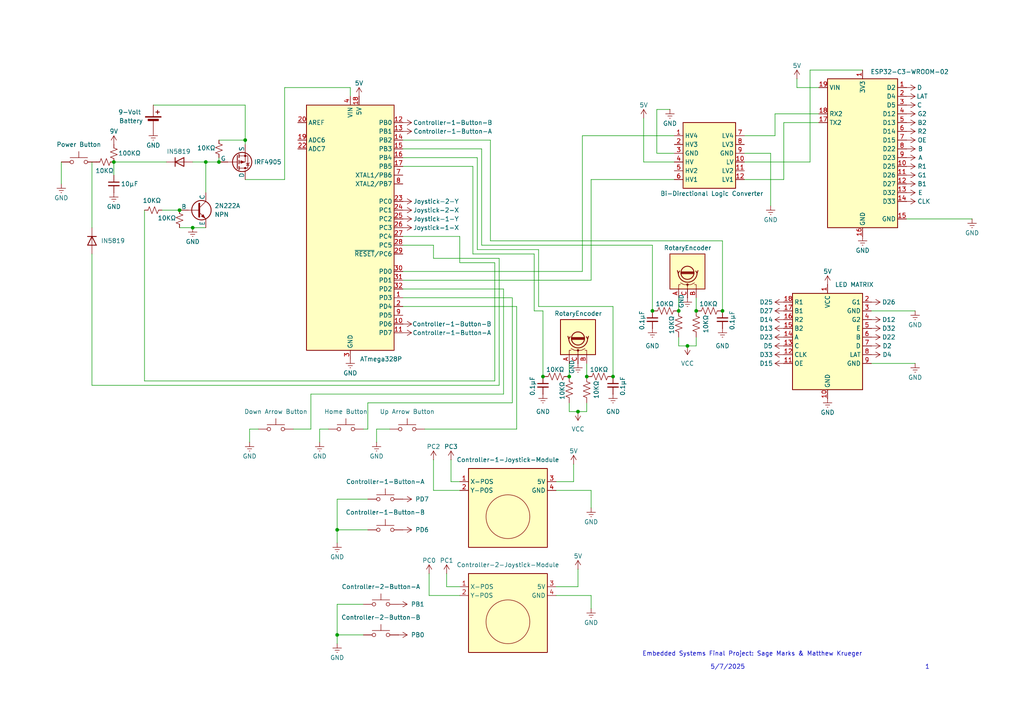
<source format=kicad_sch>
(kicad_sch (version 20250114) (generator "eeschema") (generator_version "9.0")
  (paper "A4")
  (lib_symbols
    (symbol "Arduino_Nano_ESP32_1"
      (property "Value" "Joystick Module" (at -3.302 24.892 0))
      (symbol "Arduino_Nano_ESP32_1_1_1"
        (pin bidirectional line (at -17.78 19.05 0) (length 2.54) (name "X-POS") (number "1"))
        (pin bidirectional line (at -17.78 16.51 0) (length 2.54) (name "Y-POS") (number "2"))
        (pin passive line (at 0 -25.4 90) (length 2.54) (hide yes) (name "GND") (number "29"))
        (pin power_out line (at 10.16 19.05 180) (length 2.54) (name "5V") (number "3"))
        (pin power_out line (at 10.16 16.51 180) (length 2.54) (name "GND") (number "4"))
      )
    )
    (symbol "D_1" (pin_numbers (hide yes)) (pin_names (offset 1.016) (hide yes))
      (property "Value" "IN5819" (at 4.826 1.27 0))
      (symbol "D_1_1_1"
        (pin passive line (at -1.27 5.08 270) (length 2.54) (name "K") (number "1"))
        (pin passive line (at -1.27 -2.54 90) (length 2.54) (name "A") (number "2"))
      )
    )
    (symbol "Device:Battery_Cell" (pin_numbers (hide yes)) (pin_names (offset 0) (hide yes))
      (property "Reference" "BT" (at 2.54 2.54 0))
      (property "Value" "Battery_Cell" (at 2.54 0 0))
      (symbol "Battery_Cell_1_1"
        (pin passive line (at 0 5.08 270) (length 2.54) (name "+") (number "1"))
        (pin passive line (at 0 -2.54 90) (length 2.54) (name "-") (number "2"))
      )
    )
    (symbol "Device:C_Small" (pin_numbers (hide yes)) (pin_names (offset 0.254) (hide yes))
      (property "Reference" "C" (at 0.254 1.778 0))
      (property "Value" "C_Small" (at 0.254 -2.032 0))
      (symbol "C_Small_1_1"
        (pin passive line (at 0 2.54 270) (length 2.032) (name "~") (number "1"))
        (pin passive line (at 0 -2.54 90) (length 2.032) (name "~") (number "2"))
      )
    )
    (symbol "Device:D" (pin_numbers (hide yes)) (pin_names (offset 1.016) (hide yes))
      (property "Reference" "D" (at 0 2.54 0))
      (property "Value" "D" (at 0 -2.54 0))
      (symbol "D_1_1"
        (pin passive line (at -3.81 0 0) (length 2.54) (name "K") (number "1"))
        (pin passive line (at 3.81 0 180) (length 2.54) (name "A") (number "2"))
      )
    )
    (symbol "Device:R_Small_US" (pin_numbers (hide yes)) (pin_names (offset 0.254) (hide yes))
      (property "Reference" "R" (at 0.762 0.508 0))
      (property "Value" "R_Small_US" (at 0.762 -1.016 0))
      (symbol "R_Small_US_1_1"
        (pin passive line (at 0 2.54 270) (length 1.016) (name "~") (number "1"))
        (pin passive line (at 0 -2.54 90) (length 1.016) (name "~") (number "2"))
      )
    )
    (symbol "Device:R_US" (pin_numbers (hide yes)) (pin_names (offset 0))
      (property "Reference" "R" (at 2.54 0 90))
      (property "Value" "R_US" (at -2.54 0 90))
      (symbol "R_US_1_1"
        (pin passive line (at 0 3.81 270) (length 1.27) (name "~") (number "1"))
        (pin passive line (at 0 -3.81 90) (length 1.27) (name "~") (number "2"))
      )
    )
    (symbol "Device:RotaryEncoder" (pin_names (offset 0.254) (hide yes))
      (property "Reference" "SW" (at 0 6.604 0))
      (property "Value" "RotaryEncoder" (at 0 -6.604 0))
      (symbol "RotaryEncoder_1_1"
        (pin passive line (at -7.62 2.54 0) (length 2.54) (name "A") (number "A"))
        (pin passive line (at -7.62 0 0) (length 2.54) (name "C") (number "C"))
        (pin passive line (at -7.62 -2.54 0) (length 2.54) (name "B") (number "B"))
      )
    )
    (symbol "Driver_LED:IS31FL3218-GR"
      (property "Value" "LED MATRIX" (at 2.1433 27.94 0))
      (symbol "IS31FL3218-GR_1_1"
        (pin bidirectional line (at -12.7 22.86 0) (length 2.54) (name "R1") (number "18"))
        (pin input line (at -12.7 20.32 0) (length 2.54) (name "B1") (number "17"))
        (pin input line (at -12.7 17.78 0) (length 2.54) (name "R2") (number "16"))
        (pin input line (at -12.7 15.24 0) (length 2.54) (name "B2") (number "15"))
        (pin passive line (at -12.7 12.7 0) (length 2.54) (name "A") (number "14"))
        (pin passive line (at -12.7 10.16 0) (length 2.54) (name "C") (number "13"))
        (pin passive line (at -12.7 7.62 0) (length 2.54) (name "CLK") (number "12"))
        (pin passive line (at -12.7 5.08 0) (length 2.54) (name "OE") (number "11"))
        (pin power_in line (at 0 27.94 270) (length 2.54) (name "VCC") (number "1"))
        (pin power_in line (at 0 -5.08 90) (length 2.54) (name "GND") (number "10"))
        (pin open_collector line (at 12.7 22.86 180) (length 2.54) (name "G1") (number "2"))
        (pin open_collector line (at 12.7 20.32 180) (length 2.54) (name "GND") (number "3"))
        (pin open_collector line (at 12.7 17.78 180) (length 2.54) (name "G2") (number "4"))
        (pin open_collector line (at 12.7 15.24 180) (length 2.54) (name "E") (number "5"))
        (pin open_collector line (at 12.7 12.7 180) (length 2.54) (name "B") (number "6"))
        (pin open_collector line (at 12.7 10.16 180) (length 2.54) (name "D") (number "7"))
        (pin open_collector line (at 12.7 7.62 180) (length 2.54) (name "LAT") (number "8"))
        (pin open_collector line (at 12.7 5.08 180) (length 2.54) (name "GND") (number "9"))
      )
    )
    (symbol "Logic_LevelTranslator:TXB0106PW"
      (property "Value" "Bi-Directional Logic Converter" (at -14.224 -11.684 0))
      (symbol "TXB0106PW_1_1"
        (pin bidirectional line (at -10.16 5.08 0) (length 2.54) (name "HV4") (number "1"))
        (pin bidirectional line (at -10.16 2.54 0) (length 2.54) (name "HV3") (number "2"))
        (pin bidirectional line (at -10.16 0 0) (length 2.54) (name "GND") (number "3"))
        (pin bidirectional line (at -10.16 -2.54 0) (length 2.54) (name "HV") (number "4"))
        (pin bidirectional line (at -10.16 -5.08 0) (length 2.54) (name "HV2") (number "5"))
        (pin bidirectional line (at -10.16 -7.62 0) (length 2.54) (name "HV1") (number "6"))
        (pin bidirectional line (at 10.16 5.08 180) (length 2.54) (name "LV4") (number "7"))
        (pin bidirectional line (at 10.16 2.54 180) (length 2.54) (name "LV3") (number "8"))
        (pin bidirectional line (at 10.16 0 180) (length 2.54) (name "GND") (number "9"))
        (pin bidirectional line (at 10.16 -2.54 180) (length 2.54) (name "LV") (number "10"))
        (pin bidirectional line (at 10.16 -5.08 180) (length 2.54) (name "LV2") (number "11"))
        (pin bidirectional line (at 10.16 -7.62 180) (length 2.54) (name "LV1") (number "12"))
      )
    )
    (symbol "MCU_Microchip_ATmega:ATmega328P-A"
      (property "Value" "ATmega328P" (at 2.794 -38.1 0))
      (symbol "ATmega328P-A_1_1"
        (pin passive line (at -15.24 30.48 0) (length 2.54) (name "AREF") (number "20"))
        (pin input line (at -15.24 25.4 0) (length 2.54) (name "ADC6") (number "19"))
        (pin input line (at -15.24 22.86 0) (length 2.54) (name "ADC7") (number "22"))
        (pin power_in line (at 0 38.1 270) (length 2.54) (name "VIN") (number "4"))
        (pin passive line (at 0 38.1 270) (length 2.54) (hide yes) (name "VCC") (number "6"))
        (pin passive line (at 0 -38.1 90) (length 2.54) (hide yes) (name "GND") (number "21"))
        (pin power_in line (at 0 -38.1 90) (length 2.54) (name "GND") (number "3"))
        (pin passive line (at 0 -38.1 90) (length 2.54) (hide yes) (name "GND") (number "5"))
        (pin power_in line (at 2.54 38.1 270) (length 2.54) (name "5V") (number "18"))
        (pin bidirectional line (at 15.24 30.48 180) (length 2.54) (name "PB0") (number "12"))
        (pin bidirectional line (at 15.24 27.94 180) (length 2.54) (name "PB1") (number "13"))
        (pin bidirectional line (at 15.24 25.4 180) (length 2.54) (name "PB2") (number "14"))
        (pin bidirectional line (at 15.24 22.86 180) (length 2.54) (name "PB3") (number "15"))
        (pin bidirectional line (at 15.24 20.32 180) (length 2.54) (name "PB4") (number "16"))
        (pin bidirectional line (at 15.24 17.78 180) (length 2.54) (name "PB5") (number "17"))
        (pin bidirectional line (at 15.24 15.24 180) (length 2.54) (name "XTAL1/PB6") (number "7"))
        (pin bidirectional line (at 15.24 12.7 180) (length 2.54) (name "XTAL2/PB7") (number "8"))
        (pin bidirectional line (at 15.24 7.62 180) (length 2.54) (name "PC0") (number "23"))
        (pin bidirectional line (at 15.24 5.08 180) (length 2.54) (name "PC1") (number "24"))
        (pin bidirectional line (at 15.24 2.54 180) (length 2.54) (name "PC2") (number "25"))
        (pin bidirectional line (at 15.24 0 180) (length 2.54) (name "PC3") (number "26"))
        (pin bidirectional line (at 15.24 -2.54 180) (length 2.54) (name "PC4") (number "27"))
        (pin bidirectional line (at 15.24 -5.08 180) (length 2.54) (name "PC5") (number "28"))
        (pin bidirectional line (at 15.24 -7.62 180) (length 2.54) (name "~{RESET}/PC6") (number "29"))
        (pin bidirectional line (at 15.24 -12.7 180) (length 2.54) (name "PD0") (number "30"))
        (pin bidirectional line (at 15.24 -15.24 180) (length 2.54) (name "PD1") (number "31"))
        (pin bidirectional line (at 15.24 -17.78 180) (length 2.54) (name "PD2") (number "32"))
        (pin bidirectional line (at 15.24 -20.32 180) (length 2.54) (name "PD3") (number "1"))
        (pin bidirectional line (at 15.24 -22.86 180) (length 2.54) (name "PD4") (number "2"))
        (pin bidirectional line (at 15.24 -25.4 180) (length 2.54) (name "PD5") (number "9"))
        (pin bidirectional line (at 15.24 -27.94 180) (length 2.54) (name "PD6") (number "10"))
        (pin bidirectional line (at 15.24 -30.48 180) (length 2.54) (name "PD7") (number "11"))
      )
    )
    (symbol "MCU_Module:Arduino_Nano_ESP32"
      (property "Value" "Joystick Module" (at -3.302 24.892 0))
      (symbol "Arduino_Nano_ESP32_1_1"
        (pin bidirectional line (at -17.78 19.05 0) (length 2.54) (name "X-POS") (number "1"))
        (pin bidirectional line (at -17.78 16.51 0) (length 2.54) (name "Y-POS") (number "2"))
        (pin passive line (at 0 -25.4 90) (length 2.54) (hide yes) (name "GND") (number "29"))
        (pin power_out line (at 10.16 19.05 180) (length 2.54) (name "5V") (number "3"))
        (pin power_out line (at 10.16 16.51 180) (length 2.54) (name "GND") (number "4"))
      )
    )
    (symbol "RF_Module:ESP32-C3-WROOM-02"
      (property "Value" "ESP32-C3-WROOM-02" (at 2.1433 22.86 0))
      (symbol "ESP32-C3-WROOM-02_1_1"
        (pin bidirectional line (at -10.16 17.78 0) (length 2.54) (name "VIN") (number "19"))
        (pin bidirectional line (at -10.16 10.16 0) (length 2.54) (name "RX2") (number "18"))
        (pin bidirectional line (at -10.16 7.62 0) (length 2.54) (name "TX2") (number "17"))
        (pin passive line (at 0 -22.86 90) (length 2.54) (hide yes) (name "GND") (number "19"))
        (pin power_in line (at 2.54 22.86 270) (length 2.54) (name "3V3") (number "1"))
        (pin power_in line (at 2.54 -25.4 90) (length 2.54) (name "GND") (number "16"))
        (pin bidirectional line (at 15.24 17.78 180) (length 2.54) (name "D2") (number "1"))
        (pin bidirectional line (at 15.24 15.24 180) (length 2.54) (name "D4") (number "2"))
        (pin bidirectional line (at 15.24 12.7 180) (length 2.54) (name "D5") (number "3"))
        (pin bidirectional line (at 15.24 10.16 180) (length 2.54) (name "D12") (number "4"))
        (pin bidirectional line (at 15.24 7.62 180) (length 2.54) (name "D13") (number "5"))
        (pin bidirectional line (at 15.24 5.08 180) (length 2.54) (name "D14") (number "6"))
        (pin bidirectional line (at 15.24 2.54 180) (length 2.54) (name "D15") (number "7"))
        (pin bidirectional line (at 15.24 0 180) (length 2.54) (name "D22") (number "8"))
        (pin bidirectional line (at 15.24 -2.54 180) (length 2.54) (name "D23") (number "9"))
        (pin bidirectional line (at 15.24 -5.08 180) (length 2.54) (name "D25") (number "10"))
        (pin bidirectional line (at 15.24 -7.62 180) (length 2.54) (name "D26") (number "11"))
        (pin bidirectional line (at 15.24 -10.16 180) (length 2.54) (name "D27") (number "12"))
        (pin bidirectional line (at 15.24 -12.7 180) (length 2.54) (name "D32") (number "13"))
        (pin bidirectional line (at 15.24 -15.24 180) (length 2.54) (name "D33") (number "14"))
        (pin bidirectional line (at 15.24 -20.32 180) (length 2.54) (name "GND") (number "15"))
      )
    )
    (symbol "R_Small_US_1" (pin_numbers (hide yes)) (pin_names (offset 0.254) (hide yes))
      (property "Reference" "10KΩ" (at 2.286 2.794 0))
      (symbol "R_Small_US_1_1_1"
        (pin passive line (at -2.54 0 0) (length 1.016) (name "~") (number "2"))
        (pin passive line (at 2.54 0 180) (length 1.016) (name "~") (number "1"))
      )
    )
    (symbol "Simulation_SPICE:NPN" (pin_numbers (hide yes)) (pin_names (offset 0))
      (property "Reference" "Q" (at -2.54 7.62 0))
      (property "Value" "NPN" (at -2.54 5.08 0))
      (symbol "NPN_1_1"
        (pin input line (at -5.08 0 0) (length 2.54) (name "B") (number "2"))
        (pin open_collector line (at 2.54 5.08 270) (length 2.54) (name "C") (number "1"))
        (pin open_emitter line (at 2.54 -5.08 90) (length 2.54) (name "E") (number "3"))
      )
    )
    (symbol "Simulation_SPICE:PMOS" (pin_numbers (hide yes)) (pin_names (offset 0))
      (property "Reference" "IRF4905" (at 6.35 1.2701 0))
      (property "Value" "PMOS" (at 6.35 -1.2699 0))
      (symbol "PMOS_1_1"
        (pin input line (at -5.08 0 0) (length 2.54) (name "G") (number "2"))
        (pin passive line (at 2.54 5.08 270) (length 2.54) (name "S") (number "1"))
        (pin passive line (at 2.54 -5.08 90) (length 2.54) (name "D") (number "3"))
      )
    )
    (symbol "Switch:SW_Push" (pin_numbers (hide yes)) (pin_names (offset 1.016) (hide yes))
      (property "Reference" "SW" (at 1.27 2.54 0))
      (property "Value" "SW_Push" (at 0 -1.524 0))
      (symbol "SW_Push_0_1"
        (pin passive line (at -5.08 0 0) (length 2.54) (name "1") (number "1"))
        (pin passive line (at 5.08 0 180) (length 2.54) (name "2") (number "2"))
      )
    )
    (symbol "VCC_1" (power) (pin_numbers (hide yes)) (pin_names (offset 0) (hide yes))
      (property "Value" "5V" (at 3.81 0 0))
      (symbol "VCC_1_1_1"
        (pin power_in line (at 0 0 0) (length 0) (name "~") (number "1"))
      )
    )
    (symbol "VCC_2" (power) (pin_numbers (hide yes)) (pin_names (offset 0) (hide yes))
      (property "Value" "D26" (at -5.08 0 0))
      (symbol "VCC_2_1_1"
        (pin power_in line (at 0 0 180) (length 0) (name "~") (number "1"))
      )
    )
    (symbol "power:Earth" (power) (pin_numbers (hide yes)) (pin_names (offset 0) (hide yes))
      (property "Value" "Earth" (at 0 -3.81 0))
      (symbol "Earth_1_1"
        (pin power_in line (at 0 0 270) (length 0) (name "~") (number "1"))
      )
    )
    (symbol "power:VCC" (power) (pin_numbers (hide yes)) (pin_names (offset 0) (hide yes))
      (property "Value" "VCC" (at 0 3.556 0))
      (symbol "VCC_1_1"
        (pin power_in line (at 0 0 90) (length 0) (name "~") (number "1"))
      )
    )
  )
  (text "Embedded Systems Final Project: Sage Marks & Matthew Krueger" (at 218.186 189.738 0) (effects (font (size 1.27 1.27))))
  (text "5/7/2025" (at 211.074 193.548 0) (effects (font (size 1.27 1.27))))
  (text "1" (at 268.986 193.548 0) (effects (font (size 1.27 1.27))))
  (junction (at 97.79 153.67))
  (junction (at 170.18 109.22))
  (junction (at 189.23 90.17))
  (junction (at 63.5 46.99))
  (junction (at 157.48 109.22))
  (junction (at 167.64 119.38))
  (junction (at 97.79 184.15))
  (junction (at 201.93 90.17))
  (junction (at 71.12 40.64))
  (junction (at 33.02 46.99))
  (junction (at 196.85 90.17))
  (junction (at 165.1 109.22))
  (junction (at 52.07 60.96))
  (junction (at 59.69 46.99))
  (junction (at 177.8 109.22))
  (junction (at 199.39 100.33))
  (junction (at 209.55 90.17))
  (junction (at 55.88 66.04))
  (wire (pts (xy 196.85 100.33) (xy 199.39 100.33)))
  (wire (pts (xy 139.7 71.12) (xy 189.23 71.12)))
  (wire (pts (xy 195.58 46.99) (xy 186.69 46.99)))
  (wire (pts (xy 130.81 139.7) (xy 133.35 139.7)))
  (wire (pts (xy 148.59 86.36) (xy 148.59 116.84)))
  (wire (pts (xy 125.73 133.35) (xy 125.73 142.24)))
  (wire (pts (xy 109.22 124.46) (xy 109.22 128.27)))
  (wire (pts (xy 227.33 35.56) (xy 237.49 35.56)))
  (wire (pts (xy 71.12 30.48) (xy 71.12 40.64)))
  (wire (pts (xy 170.18 105.41) (xy 170.18 109.22)))
  (wire (pts (xy 227.33 52.07) (xy 227.33 35.56)))
  (wire (pts (xy 85.09 124.46) (xy 90.17 124.46)))
  (wire (pts (xy 97.79 184.15) (xy 97.79 186.69)))
  (wire (pts (xy 63.5 45.72) (xy 63.5 46.99)))
  (wire (pts (xy 26.67 46.99) (xy 26.67 66.04)))
  (wire (pts (xy 142.24 40.64) (xy 116.84 40.64)))
  (wire (pts (xy 170.18 116.84) (xy 170.18 119.38)))
  (wire (pts (xy 137.16 73.66) (xy 154.94 73.66)))
  (wire (pts (xy 231.14 25.4) (xy 231.14 22.86)))
  (wire (pts (xy 215.9 44.45) (xy 223.52 44.45)))
  (wire (pts (xy 250.19 20.32) (xy 234.95 20.32)))
  (wire (pts (xy 52.07 66.04) (xy 55.88 66.04)))
  (wire (pts (xy 161.29 139.7) (xy 166.37 139.7)))
  (wire (pts (xy 177.8 88.9) (xy 177.8 109.22)))
  (wire (pts (xy 71.12 40.64) (xy 71.12 41.91)))
  (wire (pts (xy 252.73 105.41) (xy 265.43 105.41)))
  (wire (pts (xy 161.29 170.18) (xy 167.64 170.18)))
  (wire (pts (xy 116.84 45.72) (xy 138.43 45.72)))
  (wire (pts (xy 63.5 40.64) (xy 71.12 40.64)))
  (wire (pts (xy 116.84 48.26) (xy 137.16 48.26)))
  (wire (pts (xy 156.21 72.39) (xy 156.21 88.9)))
  (wire (pts (xy 189.23 71.12) (xy 189.23 90.17)))
  (wire (pts (xy 199.39 100.33) (xy 201.93 100.33)))
  (wire (pts (xy 139.7 43.18) (xy 116.84 43.18)))
  (wire (pts (xy 33.02 46.99) (xy 48.26 46.99)))
  (wire (pts (xy 215.9 52.07) (xy 227.33 52.07)))
  (wire (pts (xy 130.81 133.35) (xy 130.81 139.7)))
  (wire (pts (xy 82.55 25.4) (xy 101.6 25.4)))
  (wire (pts (xy 215.9 39.37) (xy 224.79 39.37)))
  (wire (pts (xy 55.88 46.99) (xy 59.69 46.99)))
  (wire (pts (xy 161.29 172.72) (xy 171.45 172.72)))
  (wire (pts (xy 165.1 105.41) (xy 165.1 109.22)))
  (wire (pts (xy 129.54 166.37) (xy 129.54 170.18)))
  (wire (pts (xy 129.54 170.18) (xy 133.35 170.18)))
  (wire (pts (xy 41.91 60.96) (xy 41.91 110.49)))
  (wire (pts (xy 234.95 20.32) (xy 234.95 46.99)))
  (wire (pts (xy 252.73 90.17) (xy 265.43 90.17)))
  (wire (pts (xy 90.17 114.3) (xy 146.05 114.3)))
  (wire (pts (xy 148.59 116.84) (xy 106.68 116.84)))
  (wire (pts (xy 33.02 46.99) (xy 33.02 50.8)))
  (wire (pts (xy 196.85 86.36) (xy 196.85 90.17)))
  (wire (pts (xy 143.51 110.49) (xy 143.51 76.2)))
  (wire (pts (xy 72.39 124.46) (xy 72.39 128.27)))
  (wire (pts (xy 154.94 73.66) (xy 154.94 90.17)))
  (wire (pts (xy 133.35 68.58) (xy 116.84 68.58)))
  (wire (pts (xy 138.43 72.39) (xy 156.21 72.39)))
  (wire (pts (xy 166.37 139.7) (xy 166.37 134.62)))
  (wire (pts (xy 196.85 97.79) (xy 196.85 100.33)))
  (wire (pts (xy 167.64 170.18) (xy 167.64 165.1)))
  (wire (pts (xy 195.58 44.45) (xy 190.5 44.45)))
  (wire (pts (xy 171.45 172.72) (xy 171.45 176.53)))
  (wire (pts (xy 168.91 78.74) (xy 116.84 78.74)))
  (wire (pts (xy 125.73 71.12) (xy 116.84 71.12)))
  (wire (pts (xy 171.45 52.07) (xy 171.45 81.28)))
  (wire (pts (xy 209.55 69.85) (xy 209.55 90.17)))
  (wire (pts (xy 116.84 86.36) (xy 148.59 86.36)))
  (wire (pts (xy 237.49 25.4) (xy 231.14 25.4)))
  (wire (pts (xy 105.41 175.26) (xy 97.79 175.26)))
  (wire (pts (xy 190.5 31.75) (xy 194.31 31.75)))
  (wire (pts (xy 223.52 44.45) (xy 223.52 59.69)))
  (wire (pts (xy 106.68 144.78) (xy 97.79 144.78)))
  (wire (pts (xy 224.79 39.37) (xy 224.79 33.02)))
  (wire (pts (xy 171.45 52.07) (xy 195.58 52.07)))
  (wire (pts (xy 74.93 124.46) (xy 72.39 124.46)))
  (wire (pts (xy 171.45 142.24) (xy 171.45 147.32)))
  (wire (pts (xy 144.78 111.76) (xy 144.78 74.93)))
  (wire (pts (xy 97.79 175.26) (xy 97.79 184.15)))
  (wire (pts (xy 116.84 88.9) (xy 149.86 88.9)))
  (wire (pts (xy 149.86 88.9) (xy 149.86 124.46)))
  (wire (pts (xy 26.67 73.66) (xy 26.67 111.76)))
  (wire (pts (xy 146.05 114.3) (xy 146.05 83.82)))
  (wire (pts (xy 125.73 142.24) (xy 133.35 142.24)))
  (wire (pts (xy 71.12 52.07) (xy 82.55 52.07)))
  (wire (pts (xy 168.91 39.37) (xy 168.91 78.74)))
  (wire (pts (xy 92.71 124.46) (xy 92.71 128.27)))
  (wire (pts (xy 44.45 30.48) (xy 71.12 30.48)))
  (wire (pts (xy 186.69 46.99) (xy 186.69 34.29)))
  (wire (pts (xy 106.68 124.46) (xy 105.41 124.46)))
  (wire (pts (xy 26.67 111.76) (xy 144.78 111.76)))
  (wire (pts (xy 124.46 172.72) (xy 133.35 172.72)))
  (wire (pts (xy 201.93 86.36) (xy 201.93 90.17)))
  (wire (pts (xy 55.88 66.04) (xy 59.69 66.04)))
  (wire (pts (xy 90.17 124.46) (xy 90.17 114.3)))
  (wire (pts (xy 142.24 69.85) (xy 142.24 40.64)))
  (wire (pts (xy 139.7 71.12) (xy 139.7 43.18)))
  (wire (pts (xy 124.46 166.37) (xy 124.46 172.72)))
  (wire (pts (xy 59.69 46.99) (xy 63.5 46.99)))
  (wire (pts (xy 41.91 110.49) (xy 143.51 110.49)))
  (wire (pts (xy 224.79 33.02) (xy 237.49 33.02)))
  (wire (pts (xy 165.1 116.84) (xy 165.1 119.38)))
  (wire (pts (xy 101.6 25.4) (xy 101.6 27.94)))
  (wire (pts (xy 97.79 153.67) (xy 97.79 157.48)))
  (wire (pts (xy 149.86 124.46) (xy 123.19 124.46)))
  (wire (pts (xy 143.51 76.2) (xy 133.35 76.2)))
  (wire (pts (xy 154.94 90.17) (xy 157.48 90.17)))
  (wire (pts (xy 161.29 142.24) (xy 171.45 142.24)))
  (wire (pts (xy 190.5 44.45) (xy 190.5 31.75)))
  (wire (pts (xy 165.1 119.38) (xy 167.64 119.38)))
  (wire (pts (xy 137.16 48.26) (xy 137.16 73.66)))
  (wire (pts (xy 133.35 76.2) (xy 133.35 68.58)))
  (wire (pts (xy 142.24 69.85) (xy 209.55 69.85)))
  (wire (pts (xy 125.73 74.93) (xy 125.73 71.12)))
  (wire (pts (xy 113.03 124.46) (xy 109.22 124.46)))
  (wire (pts (xy 146.05 83.82) (xy 116.84 83.82)))
  (wire (pts (xy 138.43 45.72) (xy 138.43 72.39)))
  (wire (pts (xy 144.78 74.93) (xy 125.73 74.93)))
  (wire (pts (xy 201.93 97.79) (xy 201.93 100.33)))
  (wire (pts (xy 171.45 81.28) (xy 116.84 81.28)))
  (wire (pts (xy 97.79 144.78) (xy 97.79 153.67)))
  (wire (pts (xy 95.25 124.46) (xy 92.71 124.46)))
  (wire (pts (xy 157.48 90.17) (xy 157.48 109.22)))
  (wire (pts (xy 59.69 46.99) (xy 59.69 55.88)))
  (wire (pts (xy 82.55 52.07) (xy 82.55 25.4)))
  (wire (pts (xy 168.91 39.37) (xy 195.58 39.37)))
  (wire (pts (xy 97.79 184.15) (xy 105.41 184.15)))
  (wire (pts (xy 167.64 119.38) (xy 170.18 119.38)))
  (wire (pts (xy 156.21 88.9) (xy 177.8 88.9)))
  (wire (pts (xy 97.79 153.67) (xy 106.68 153.67)))
  (wire (pts (xy 17.78 46.99) (xy 17.78 53.34)))
  (wire (pts (xy 106.68 116.84) (xy 106.68 124.46)))
  (wire (pts (xy 234.95 46.99) (xy 215.9 46.99)))
  (wire (pts (xy 46.99 60.96) (xy 52.07 60.96)))
  (wire (pts (xy 262.89 63.5) (xy 281.94 63.5)))
  (symbol (lib_id "Device:R_US") (at 201.93 93.98 0) (unit 1)
    (property "Reference" "R4" (effects (hide yes)))
    (property "Value" "10KΩ" (at 204.724 93.98 90))
    (property "Description" "Resistor, US symbol" (effects (hide yes)))
  )
  (symbol (lib_name "VCC_1") (lib_id "power:VCC") (at 262.89 25.4 0) (unit 1)
    (property "Reference" "#PWR011" (effects (hide yes)))
    (property "Value" "D" (at 266.7 25.4 0))
    (property "Description" "Power symbol creates a global label with name \"VCC\"" (effects (hide yes)))
  )
  (symbol (lib_name "VCC_1") (lib_id "power:VCC") (at 116.84 144.78 0) (unit 1)
    (property "Reference" "#PWR064" (effects (hide yes)))
    (property "Value" "PD7" (at 122.428 144.78 0))
    (property "Description" "Power symbol creates a global label with name \"VCC\"" (effects (hide yes)))
  )
  (symbol (lib_id "power:VCC") (at 186.69 34.29 0) (unit 1)
    (property "Reference" "#PWR08" (effects (hide yes)))
    (property "Value" "5V" (at 186.69 30.48 0))
    (property "Description" "Power symbol creates a global label with name \"VCC\"" (effects (hide yes)))
  )
  (symbol (lib_id "Device:RotaryEncoder") (at 167.64 97.79 90) (unit 1)
    (property "Reference" "SW3" (effects (hide yes)))
    (property "Value" "RotaryEncoder" (at 160.782 90.932 90) (effects (justify right)))
    (property "Description" "Rotary encoder, dual channel, incremental quadrate outputs" (effects (hide yes)))
  )
  (symbol (lib_id "power:VCC") (at 231.14 22.86 0) (unit 1)
    (property "Reference" "#PWR012" (effects (hide yes)))
    (property "Value" "5V" (at 231.14 19.05 0))
    (property "Description" "Power symbol creates a global label with name \"VCC\"" (effects (hide yes)))
  )
  (symbol (lib_id "power:Earth") (at 167.64 105.41 0) (unit 1)
    (property "Reference" "#PWR051" (effects (hide yes)))
    (property "Value" "GND" (at 165.862 106.426 90))
    (property "Description" "Power symbol creates a global label with name \"Earth\"" (effects (hide yes)))
  )
  (symbol (lib_id "power:Earth") (at 157.48 114.3 0) (unit 1)
    (property "Reference" "#PWR050" (effects (hide yes)))
    (property "Value" "GND" (at 157.48 119.38 0))
    (property "Description" "Power symbol creates a global label with name \"Earth\"" (effects (hide yes)))
  )
  (symbol (lib_id "power:VCC") (at 124.46 166.37 0) (unit 1)
    (property "Reference" "#PWR077" (effects (hide yes)))
    (property "Value" "PC0" (at 124.46 162.56 0))
    (property "Description" "Power symbol creates a global label with name \"VCC\"" (effects (hide yes)))
  )
  (symbol (lib_id "power:Earth") (at 177.8 114.3 0) (unit 1)
    (property "Reference" "#PWR053" (effects (hide yes)))
    (property "Value" "GND" (at 177.8 119.38 0))
    (property "Description" "Power symbol creates a global label with name \"Earth\"" (effects (hide yes)))
  )
  (symbol (lib_id "Driver_LED:IS31FL3218-GR") (at 240.03 110.49 0) (unit 1)
    (property "Reference" "U4" (effects (hide yes)))
    (property "Value" "LED MATRIX" (at 242.1733 82.55 0) (effects (justify left)))
    (property "Footprint" "Package_SO:SOP-24_7.5x15.4mm_P1.27mm" (effects (hide yes)))
    (property "Datasheet" "http://www.issi.com/WW/pdf/31FL3218.pdf" (effects (hide yes)))
    (property "Description" "18 LED matrix driver with 8-bit PWM, SOP-24" (effects (hide yes)))
  )
  (symbol (lib_name "VCC_1") (lib_id "power:VCC") (at 262.89 30.48 0) (unit 1)
    (property "Reference" "#PWR018" (effects (hide yes)))
    (property "Value" "C" (at 266.7 30.48 0))
    (property "Description" "Power symbol creates a global label with name \"VCC\"" (effects (hide yes)))
  )
  (symbol (lib_id "Device:C_Small") (at 209.55 92.71 0) (unit 1)
    (property "Reference" "C3" (effects (hide yes)))
    (property "Value" "0.1µF" (at 212.344 95.758 90) (effects (justify left)))
    (property "Description" "Unpolarized capacitor, small symbol" (effects (hide yes)))
  )
  (symbol (lib_id "power:Earth") (at 44.45 38.1 0) (unit 1)
    (property "Reference" "#PWR02" (effects (hide yes)))
    (property "Value" "GND" (at 44.45 42.164 0))
    (property "Description" "Power symbol creates a global label with name \"Earth\"" (effects (hide yes)))
  )
  (symbol (lib_id "power:Earth") (at 33.02 55.88 0) (unit 1)
    (property "Reference" "#PWR05" (effects (hide yes)))
    (property "Value" "GND" (at 33.02 59.944 0))
    (property "Description" "Power symbol creates a global label with name \"Earth\"" (effects (hide yes)))
  )
  (symbol (lib_id "Device:R_US") (at 196.85 93.98 0) (unit 1)
    (property "Reference" "R3" (effects (hide yes)))
    (property "Value" "10KΩ" (at 194.818 94.234 90))
    (property "Description" "Resistor, US symbol" (effects (hide yes)))
  )
  (symbol (lib_name "VCC_1") (lib_id "power:VCC") (at 116.84 35.56 0) (unit 1)
    (property "Reference" "#PWR065" (effects (hide yes)))
    (property "Value" "Controller-1-Button-B" (at 131.318 35.56 0))
    (property "Description" "Power symbol creates a global label with name \"VCC\"" (effects (hide yes)))
  )
  (symbol (lib_id "Switch:SW_Push") (at 80.01 124.46 0) (unit 1)
    (property "Reference" "SW6" (effects (hide yes)))
    (property "Value" "Down Arrow Button" (at 80.01 119.38 0))
    (property "Description" "Push button switch, generic, two pins" (effects (hide yes)))
  )
  (symbol (lib_id "Switch:SW_Push") (at 118.11 124.46 0) (unit 1)
    (property "Reference" "SW5" (effects (hide yes)))
    (property "Value" "Up Arrow Button" (at 118.11 119.38 0))
    (property "Description" "Push button switch, generic, two pins" (effects (hide yes)))
  )
  (symbol (lib_id "power:Earth") (at 281.94 63.5 0) (unit 1)
    (property "Reference" "#PWR016" (effects (hide yes)))
    (property "Value" "GND" (at 281.94 67.564 0))
    (property "Description" "Power symbol creates a global label with name \"Earth\"" (effects (hide yes)))
  )
  (symbol (lib_id "Device:R_Small_US") (at 63.5 43.18 0) (unit 1)
    (property "Reference" "10KΩ" (at 57.15 42.926 0) (effects (justify left)))
    (property "Value" "R_Small_US" (effects (hide yes)))
    (property "Description" "Resistor, small US symbol" (effects (hide yes)))
  )
  (symbol (lib_name "VCC_1") (lib_id "power:VCC") (at 116.84 93.98 0) (unit 1)
    (property "Reference" "#PWR070" (effects (hide yes)))
    (property "Value" "Controller-1-Button-B" (at 131.064 93.98 0))
    (property "Description" "Power symbol creates a global label with name \"VCC\"" (effects (hide yes)))
  )
  (symbol (lib_name "VCC_2") (lib_id "power:VCC") (at 227.33 90.17 0) (unit 1)
    (property "Reference" "#PWR037" (effects (hide yes)))
    (property "Value" "D27" (at 222.25 90.17 0))
    (property "Description" "Power symbol creates a global label with name \"VCC\"" (effects (hide yes)))
  )
  (symbol (lib_name "VCC_1") (lib_id "power:VCC") (at 116.84 66.04 0) (unit 1)
    (property "Reference" "#PWR063" (effects (hide yes)))
    (property "Value" "Joystick-1-X" (at 126.492 66.04 0))
    (property "Description" "Power symbol creates a global label with name \"VCC\"" (effects (hide yes)))
  )
  (symbol (lib_name "VCC_1") (lib_id "power:VCC") (at 262.89 33.02 0) (unit 1)
    (property "Reference" "#PWR019" (effects (hide yes)))
    (property "Value" "G2" (at 267.462 33.02 0))
    (property "Description" "Power symbol creates a global label with name \"VCC\"" (effects (hide yes)))
  )
  (symbol (lib_id "Simulation_SPICE:NPN") (at 57.15 60.96 0) (unit 1)
    (property "Reference" "2N222A" (at 62.23 59.6899 0) (effects (justify left)))
    (property "Value" "NPN" (at 62.23 62.2299 0) (effects (justify left)))
    (property "Datasheet" "https://ngspice.sourceforge.io/docs/ngspice-html-manual/manual.xhtml#cha_BJTs" (effects (hide yes)))
    (property "Description" "Bipolar transistor symbol for simulation only, substrate tied to the emitter" (effects (hide yes)))
    (property "Sim.Device" "NPN" (effects (hide yes)))
    (property "Sim.Type" "GUMMELPOON" (effects (hide yes)))
    (property "Sim.Pins" "1=C 2=B 3=E" (effects (hide yes)))
  )
  (symbol (lib_id "Switch:SW_Push") (at 22.86 46.99 0) (unit 1)
    (property "Reference" "SW1" (effects (hide yes)))
    (property "Value" "Power Button" (at 22.86 41.91 0))
    (property "Description" "Push button switch, generic, two pins" (effects (hide yes)))
  )
  (symbol (lib_name "VCC_1") (lib_id "power:VCC") (at 116.84 96.52 0) (unit 1)
    (property "Reference" "#PWR071" (effects (hide yes)))
    (property "Value" "Controller-1-Button-A" (at 131.064 96.52 0))
    (property "Description" "Power symbol creates a global label with name \"VCC\"" (effects (hide yes)))
  )
  (symbol (lib_id "Switch:SW_Push") (at 111.76 153.67 0) (unit 1)
    (property "Reference" "SW8" (effects (hide yes)))
    (property "Value" "Controller-1-Button-B" (at 111.76 148.59 0))
    (property "Description" "Push button switch, generic, two pins" (effects (hide yes)))
  )
  (symbol (lib_name "VCC_1") (lib_id "power:VCC") (at 262.89 27.94 0) (unit 1)
    (property "Reference" "#PWR017" (effects (hide yes)))
    (property "Value" "LAT" (at 267.462 27.94 0))
    (property "Description" "Power symbol creates a global label with name \"VCC\"" (effects (hide yes)))
  )
  (symbol (lib_name "VCC_2") (lib_id "power:VCC") (at 227.33 95.25 0) (unit 1)
    (property "Reference" "#PWR039" (effects (hide yes)))
    (property "Value" "D13" (at 222.25 95.25 0))
    (property "Description" "Power symbol creates a global label with name \"VCC\"" (effects (hide yes)))
  )
  (symbol (lib_name "VCC_1") (lib_id "power:VCC") (at 262.89 50.8 0) (unit 1)
    (property "Reference" "#PWR026" (effects (hide yes)))
    (property "Value" "G1" (at 267.462 50.8 0))
    (property "Description" "Power symbol creates a global label with name \"VCC\"" (effects (hide yes)))
  )
  (symbol (lib_id "Device:Battery_Cell") (at 44.45 35.56 0) (unit 1)
    (property "Reference" "9-Volt" (at 34.29 32.512 0) (effects (justify left)))
    (property "Value" "Battery" (at 34.544 35.052 0) (effects (justify left)))
    (property "Description" "Single-cell battery" (effects (hide yes)))
  )
  (symbol (lib_id "Switch:SW_Push") (at 111.76 144.78 0) (unit 1)
    (property "Reference" "SW7" (effects (hide yes)))
    (property "Value" "Controller-1-Button-A" (at 111.76 139.7 0))
    (property "Description" "Push button switch, generic, two pins" (effects (hide yes)))
  )
  (symbol (lib_id "power:Earth") (at 240.03 115.57 0) (unit 1)
    (property "Reference" "#PWR044" (effects (hide yes)))
    (property "Value" "GND" (at 240.03 119.634 0))
    (property "Description" "Power symbol creates a global label with name \"Earth\"" (effects (hide yes)))
  )
  (symbol (lib_name "VCC_1") (lib_id "power:VCC") (at 262.89 48.26 0) (unit 1)
    (property "Reference" "#PWR025" (effects (hide yes)))
    (property "Value" "R1" (at 267.462 48.26 0))
    (property "Description" "Power symbol creates a global label with name \"VCC\"" (effects (hide yes)))
  )
  (symbol (lib_id "power:Earth") (at 101.6 104.14 0) (unit 1)
    (property "Reference" "#PWR01" (effects (hide yes)))
    (property "Value" "GND" (at 101.6 108.204 0))
    (property "Description" "Power symbol creates a global label with name \"Earth\"" (effects (hide yes)))
  )
  (symbol (lib_name "VCC_1") (lib_id "power:VCC") (at 252.73 87.63 0) (unit 1)
    (property "Reference" "#PWR030" (effects (hide yes)))
    (property "Value" "D26" (at 257.81 87.63 0))
    (property "Description" "Power symbol creates a global label with name \"VCC\"" (effects (hide yes)))
  )
  (symbol (lib_id "Device:C_Small") (at 189.23 92.71 0) (unit 1)
    (property "Reference" "C2" (effects (hide yes)))
    (property "Value" "0.1µF" (at 186.182 95.758 90) (effects (justify left)))
    (property "Description" "Unpolarized capacitor, small symbol" (effects (hide yes)))
  )
  (symbol (lib_id "power:Earth") (at 171.45 147.32 0) (unit 1)
    (property "Reference" "#PWR059" (effects (hide yes)))
    (property "Value" "GND" (at 171.45 151.384 0))
    (property "Description" "Power symbol creates a global label with name \"Earth\"" (effects (hide yes)))
  )
  (symbol (lib_name "VCC_2") (lib_id "power:VCC") (at 227.33 92.71 0) (unit 1)
    (property "Reference" "#PWR038" (effects (hide yes)))
    (property "Value" "D14" (at 222.25 92.71 0))
    (property "Description" "Power symbol creates a global label with name \"VCC\"" (effects (hide yes)))
  )
  (symbol (lib_id "power:Earth") (at 109.22 128.27 0) (unit 1)
    (property "Reference" "#PWR056" (effects (hide yes)))
    (property "Value" "GND" (at 109.22 132.334 0))
    (property "Description" "Power symbol creates a global label with name \"Earth\"" (effects (hide yes)))
  )
  (symbol (lib_name "VCC_1") (lib_id "power:VCC") (at 116.84 63.5 0) (unit 1)
    (property "Reference" "#PWR069" (effects (hide yes)))
    (property "Value" "Joystick-1-Y" (at 126.492 63.5 0) (effects (font (thickness 0.1588))))
    (property "Description" "Power symbol creates a global label with name \"VCC\"" (effects (hide yes)))
  )
  (symbol (lib_id "Device:C_Small") (at 177.8 111.76 0) (unit 1)
    (property "Reference" "C5" (effects (hide yes)))
    (property "Value" "0.1µF" (at 180.594 114.808 90) (effects (justify left)))
    (property "Description" "Unpolarized capacitor, small symbol" (effects (hide yes)))
  )
  (symbol (lib_id "power:VCC") (at 166.37 134.62 0) (unit 1)
    (property "Reference" "#PWR061" (effects (hide yes)))
    (property "Value" "5V" (at 166.37 130.81 0))
    (property "Description" "Power symbol creates a global label with name \"VCC\"" (effects (hide yes)))
  )
  (symbol (lib_id "power:VCC") (at 104.14 27.94 0) (unit 1)
    (property "Reference" "#PWR07" (effects (hide yes)))
    (property "Value" "5V" (at 104.14 24.13 0))
    (property "Description" "Power symbol creates a global label with name \"VCC\"" (effects (hide yes)))
  )
  (symbol (lib_id "Device:R_Small_US") (at 52.07 63.5 0) (unit 1)
    (property "Reference" "10KΩ" (at 45.72 63.246 0) (effects (justify left)))
    (property "Value" "R_Small_US" (effects (hide yes)))
    (property "Description" "Resistor, small US symbol" (effects (hide yes)))
  )
  (symbol (lib_id "power:Earth") (at 171.45 176.53 0) (unit 1)
    (property "Reference" "#PWR060" (effects (hide yes)))
    (property "Value" "GND" (at 171.45 180.594 0))
    (property "Description" "Power symbol creates a global label with name \"Earth\"" (effects (hide yes)))
  )
  (symbol (lib_id "power:VCC") (at 125.73 133.35 0) (unit 1)
    (property "Reference" "#PWR076" (effects (hide yes)))
    (property "Value" "PC2" (at 125.73 129.54 0))
    (property "Description" "Power symbol creates a global label with name \"VCC\"" (effects (hide yes)))
  )
  (symbol (lib_id "Device:R_Small_US") (at 33.02 44.45 0) (unit 1)
    (property "Reference" "100KΩ" (at 34.29 44.45 0) (effects (justify left)))
    (property "Value" "R_Small_US" (effects (hide yes)))
    (property "Description" "Resistor, small US symbol" (effects (hide yes)))
  )
  (symbol (lib_name "VCC_1") (lib_id "power:VCC") (at 252.73 100.33 0) (unit 1)
    (property "Reference" "#PWR034" (effects (hide yes)))
    (property "Value" "D2" (at 257.302 100.33 0))
    (property "Description" "Power symbol creates a global label with name \"VCC\"" (effects (hide yes)))
  )
  (symbol (lib_id "power:Earth") (at 97.79 186.69 0) (unit 1)
    (property "Reference" "#PWR058" (effects (hide yes)))
    (property "Value" "GND" (at 97.79 190.754 0))
    (property "Description" "Power symbol creates a global label with name \"Earth\"" (effects (hide yes)))
  )
  (symbol (lib_id "Device:RotaryEncoder") (at 199.39 78.74 90) (unit 1)
    (property "Reference" "SW2" (effects (hide yes)))
    (property "Value" "RotaryEncoder" (at 192.532 71.882 90) (effects (justify right)))
    (property "Description" "Rotary encoder, dual channel, incremental quadrate outputs" (effects (hide yes)))
  )
  (symbol (lib_id "MCU_Microchip_ATmega:ATmega328P-A") (at 101.6 66.04 0) (unit 1)
    (property "Reference" "U1" (effects (hide yes)))
    (property "Value" "ATmega328P" (at 104.394 104.14 0) (effects (justify left)))
    (property "Footprint" "Package_QFP:TQFP-32_7x7mm_P0.8mm" (effects (hide yes)))
    (property "Datasheet" "http://ww1.microchip.com/downloads/en/DeviceDoc/ATmega328_P%20AVR%20MCU%20with%20picoPower%20Technology%20Data%20Sheet%2040001984A.pdf" (effects (hide yes)))
    (property "Description" "20MHz, 32kB Flash, 2kB SRAM, 1kB EEPROM, TQFP-32" (effects (hide yes)))
  )
  (symbol (lib_id "power:Earth") (at 194.31 31.75 0) (unit 1)
    (property "Reference" "#PWR09" (effects (hide yes)))
    (property "Value" "GND" (at 194.31 35.814 0))
    (property "Description" "Power symbol creates a global label with name \"Earth\"" (effects (hide yes)))
  )
  (symbol (lib_id "Device:R_US") (at 205.74 90.17 270) (unit 1)
    (property "Reference" "R6" (effects (hide yes)))
    (property "Value" "10KΩ" (at 205.486 88.138 90))
    (property "Description" "Resistor, US symbol" (effects (hide yes)))
  )
  (symbol (lib_id "power:VCC") (at 130.81 133.35 0) (unit 1)
    (property "Reference" "#PWR075" (effects (hide yes)))
    (property "Value" "PC3" (at 130.81 129.54 0))
    (property "Description" "Power symbol creates a global label with name \"VCC\"" (effects (hide yes)))
  )
  (symbol (lib_name "VCC_2") (lib_id "power:VCC") (at 227.33 100.33 0) (unit 1)
    (property "Reference" "#PWR041" (effects (hide yes)))
    (property "Value" "D5" (at 222.758 100.33 0))
    (property "Description" "Power symbol creates a global label with name \"VCC\"" (effects (hide yes)))
  )
  (symbol (lib_id "Device:R_US") (at 170.18 113.03 0) (unit 1)
    (property "Reference" "R9" (effects (hide yes)))
    (property "Value" "10KΩ" (at 172.974 113.03 90))
    (property "Description" "Resistor, US symbol" (effects (hide yes)))
  )
  (symbol (lib_name "VCC_1") (lib_id "power:VCC") (at 115.57 184.15 0) (unit 1)
    (property "Reference" "#PWR073" (effects (hide yes)))
    (property "Value" "PB0" (at 121.158 184.15 0))
    (property "Description" "Power symbol creates a global label with name \"VCC\"" (effects (hide yes)))
  )
  (symbol (lib_id "power:Earth") (at 209.55 95.25 0) (unit 1)
    (property "Reference" "#PWR047" (effects (hide yes)))
    (property "Value" "GND" (at 209.55 100.33 0))
    (property "Description" "Power symbol creates a global label with name \"Earth\"" (effects (hide yes)))
  )
  (symbol (lib_id "power:Earth") (at 199.39 86.36 0) (unit 1)
    (property "Reference" "#PWR046" (effects (hide yes)))
    (property "Value" "GND" (at 197.612 87.376 90))
    (property "Description" "Power symbol creates a global label with name \"Earth\"" (effects (hide yes)))
  )
  (symbol (lib_id "power:VCC") (at 33.02 41.91 0) (unit 1)
    (property "Reference" "#PWR06" (effects (hide yes)))
    (property "Value" "9V" (at 33.02 38.1 0))
    (property "Description" "Power symbol creates a global label with name \"VCC\"" (effects (hide yes)))
  )
  (symbol (lib_id "Device:R_US") (at 193.04 90.17 270) (unit 1)
    (property "Reference" "R5" (effects (hide yes)))
    (property "Value" "10KΩ" (at 192.786 88.138 90))
    (property "Description" "Resistor, US symbol" (effects (hide yes)))
  )
  (symbol (lib_id "power:Earth") (at 17.78 53.34 0) (unit 1)
    (property "Reference" "#PWR04" (effects (hide yes)))
    (property "Value" "GND" (at 17.78 57.404 0))
    (property "Description" "Power symbol creates a global label with name \"Earth\"" (effects (hide yes)))
  )
  (symbol (lib_name "VCC_1") (lib_id "power:VCC") (at 262.89 43.18 0) (unit 1)
    (property "Reference" "#PWR023" (effects (hide yes)))
    (property "Value" "B" (at 266.954 43.18 0))
    (property "Description" "Power symbol creates a global label with name \"VCC\"" (effects (hide yes)))
  )
  (symbol (lib_id "power:Earth") (at 265.43 90.17 0) (unit 1)
    (property "Reference" "#PWR014" (effects (hide yes)))
    (property "Value" "GND" (at 265.43 94.234 0))
    (property "Description" "Power symbol creates a global label with name \"Earth\"" (effects (hide yes)))
  )
  (symbol (lib_id "Switch:SW_Push") (at 100.33 124.46 0) (unit 1)
    (property "Reference" "SW4" (effects (hide yes)))
    (property "Value" "Home Button" (at 100.33 119.38 0))
    (property "Description" "Push button switch, generic, two pins" (effects (hide yes)))
  )
  (symbol (lib_name "VCC_1") (lib_id "power:VCC") (at 262.89 53.34 0) (unit 1)
    (property "Reference" "#PWR027" (effects (hide yes)))
    (property "Value" "B1" (at 267.462 53.34 0))
    (property "Description" "Power symbol creates a global label with name \"VCC\"" (effects (hide yes)))
  )
  (symbol (lib_id "power:VCC") (at 167.64 165.1 0) (unit 1)
    (property "Reference" "#PWR062" (effects (hide yes)))
    (property "Value" "5V" (at 167.64 161.29 0))
    (property "Description" "Power symbol creates a global label with name \"VCC\"" (effects (hide yes)))
  )
  (symbol (lib_id "Device:D") (at 52.07 46.99 0) (unit 1)
    (property "Reference" "D1" (effects (hide yes)))
    (property "Value" "IN5819" (at 51.816 43.942 0))
    (property "Description" "Diode" (effects (hide yes)))
    (property "Sim.Device" "D" (effects (hide yes)))
    (property "Sim.Pins" "1=K 2=A" (effects (hide yes)))
  )
  (symbol (lib_name "VCC_2") (lib_id "power:VCC") (at 227.33 102.87 0) (unit 1)
    (property "Reference" "#PWR042" (effects (hide yes)))
    (property "Value" "D33" (at 222.25 102.87 0))
    (property "Description" "Power symbol creates a global label with name \"VCC\"" (effects (hide yes)))
  )
  (symbol (lib_id "power:Earth") (at 223.52 59.69 0) (unit 1)
    (property "Reference" "#PWR045" (effects (hide yes)))
    (property "Value" "GND" (at 223.52 63.754 0))
    (property "Description" "Power symbol creates a global label with name \"Earth\"" (effects (hide yes)))
  )
  (symbol (lib_name "VCC_1") (lib_id "power:VCC") (at 252.73 92.71 0) (unit 1)
    (property "Reference" "#PWR031" (effects (hide yes)))
    (property "Value" "D12" (at 257.81 92.71 0))
    (property "Description" "Power symbol creates a global label with name \"VCC\"" (effects (hide yes)))
  )
  (symbol (lib_name "VCC_1") (lib_id "power:VCC") (at 262.89 45.72 0) (unit 1)
    (property "Reference" "#PWR024" (effects (hide yes)))
    (property "Value" "A" (at 266.954 45.72 0))
    (property "Description" "Power symbol creates a global label with name \"VCC\"" (effects (hide yes)))
  )
  (symbol (lib_name "D_1") (lib_id "Device:D") (at 27.94 71.12 0) (unit 1)
    (property "Reference" "D2" (effects (hide yes)))
    (property "Value" "IN5819" (at 32.766 69.85 0))
    (property "Description" "Diode" (effects (hide yes)))
    (property "Sim.Device" "D" (effects (hide yes)))
    (property "Sim.Pins" "1=K 2=A" (effects (hide yes)))
  )
  (symbol (lib_id "Device:C_Small") (at 157.48 111.76 0) (unit 1)
    (property "Reference" "C4" (effects (hide yes)))
    (property "Value" "0.1µF" (at 154.432 114.808 90) (effects (justify left)))
    (property "Description" "Unpolarized capacitor, small symbol" (effects (hide yes)))
  )
  (symbol (lib_id "Simulation_SPICE:PMOS") (at 68.58 46.99 0) (unit 1)
    (property "Reference" "IRF4905" (at 73.66 46.99 0) (effects (justify left)))
    (property "Value" "PMOS" (effects (hide yes)))
    (property "Datasheet" "https://ngspice.sourceforge.io/docs/ngspice-html-manual/manual.xhtml#cha_MOSFETs" (effects (hide yes)))
    (property "Description" "P-MOSFET transistor, drain/source/gate" (effects (hide yes)))
    (property "Sim.Device" "PMOS" (effects (hide yes)))
    (property "Sim.Type" "VDMOS" (effects (hide yes)))
    (property "Sim.Pins" "1=D 2=G 3=S" (effects (hide yes)))
  )
  (symbol (lib_id "power:VCC") (at 167.64 119.38 180) (unit 1)
    (property "Reference" "#PWR052" (effects (hide yes)))
    (property "Value" "VCC" (at 167.64 124.46 0))
    (property "Description" "Power symbol creates a global label with name \"VCC\"" (effects (hide yes)))
  )
  (symbol (lib_name "VCC_1") (lib_id "power:VCC") (at 262.89 35.56 0) (unit 1)
    (property "Reference" "#PWR020" (effects (hide yes)))
    (property "Value" "B2" (at 267.462 35.56 0))
    (property "Description" "Power symbol creates a global label with name \"VCC\"" (effects (hide yes)))
  )
  (symbol (lib_name "VCC_1") (lib_id "power:VCC") (at 116.84 153.67 0) (unit 1)
    (property "Reference" "#PWR072" (effects (hide yes)))
    (property "Value" "PD6" (at 122.428 153.67 0))
    (property "Description" "Power symbol creates a global label with name \"VCC\"" (effects (hide yes)))
  )
  (symbol (lib_name "VCC_1") (lib_id "power:VCC") (at 262.89 58.42 0) (unit 1)
    (property "Reference" "#PWR029" (effects (hide yes)))
    (property "Value" "CLK" (at 267.97 58.42 0))
    (property "Description" "Power symbol creates a global label with name \"VCC\"" (effects (hide yes)))
  )
  (symbol (lib_id "power:Earth") (at 250.19 68.58 0) (unit 1)
    (property "Reference" "#PWR013" (effects (hide yes)))
    (property "Value" "GND" (at 250.19 72.644 0))
    (property "Description" "Power symbol creates a global label with name \"Earth\"" (effects (hide yes)))
  )
  (symbol (lib_id "power:Earth") (at 189.23 95.25 0) (unit 1)
    (property "Reference" "#PWR048" (effects (hide yes)))
    (property "Value" "GND" (at 189.23 100.33 0))
    (property "Description" "Power symbol creates a global label with name \"Earth\"" (effects (hide yes)))
  )
  (symbol (lib_id "power:VCC") (at 129.54 166.37 0) (unit 1)
    (property "Reference" "#PWR078" (effects (hide yes)))
    (property "Value" "PC1" (at 129.54 162.56 0))
    (property "Description" "Power symbol creates a global label with name \"VCC\"" (effects (hide yes)))
  )
  (symbol (lib_id "Device:R_US") (at 173.99 109.22 270) (unit 1)
    (property "Reference" "R10" (effects (hide yes)))
    (property "Value" "10KΩ" (at 173.736 107.188 90))
    (property "Description" "Resistor, US symbol" (effects (hide yes)))
  )
  (symbol (lib_id "Device:C_Small") (at 33.02 53.34 0) (unit 1)
    (property "Reference" "C1" (effects (hide yes)))
    (property "Value" "10µF" (at 35.052 53.34 0) (effects (justify left)))
    (property "Description" "Unpolarized capacitor, small symbol" (effects (hide yes)))
  )
  (symbol (lib_id "Device:R_US") (at 161.29 109.22 270) (unit 1)
    (property "Reference" "R7" (effects (hide yes)))
    (property "Value" "10KΩ" (at 161.036 107.188 90))
    (property "Description" "Resistor, US symbol" (effects (hide yes)))
  )
  (symbol (lib_id "power:VCC") (at 240.03 82.55 0) (unit 1)
    (property "Reference" "#PWR010" (effects (hide yes)))
    (property "Value" "5V" (at 240.03 78.74 0))
    (property "Description" "Power symbol creates a global label with name \"VCC\"" (effects (hide yes)))
  )
  (symbol (lib_id "power:Earth") (at 72.39 128.27 0) (unit 1)
    (property "Reference" "#PWR054" (effects (hide yes)))
    (property "Value" "GND" (at 72.39 132.334 0))
    (property "Description" "Power symbol creates a global label with name \"Earth\"" (effects (hide yes)))
  )
  (symbol (lib_name "VCC_2") (lib_id "power:VCC") (at 227.33 105.41 0) (unit 1)
    (property "Reference" "#PWR043" (effects (hide yes)))
    (property "Value" "D15" (at 222.25 105.41 0))
    (property "Description" "Power symbol creates a global label with name \"VCC\"" (effects (hide yes)))
  )
  (symbol (lib_id "power:Earth") (at 55.88 66.04 0) (unit 1)
    (property "Reference" "#PWR03" (effects (hide yes)))
    (property "Value" "GND" (at 55.88 70.104 0))
    (property "Description" "Power symbol creates a global label with name \"Earth\"" (effects (hide yes)))
  )
  (symbol (lib_id "power:Earth") (at 92.71 128.27 0) (unit 1)
    (property "Reference" "#PWR055" (effects (hide yes)))
    (property "Value" "GND" (at 92.71 132.334 0))
    (property "Description" "Power symbol creates a global label with name \"Earth\"" (effects (hide yes)))
  )
  (symbol (lib_name "VCC_1") (lib_id "power:VCC") (at 115.57 175.26 0) (unit 1)
    (property "Reference" "#PWR074" (effects (hide yes)))
    (property "Value" "PB1" (at 121.158 175.26 0))
    (property "Description" "Power symbol creates a global label with name \"VCC\"" (effects (hide yes)))
  )
  (symbol (lib_id "Switch:SW_Push") (at 110.49 175.26 0) (unit 1)
    (property "Reference" "SW9" (effects (hide yes)))
    (property "Value" "Controller-2-Button-A" (at 110.49 170.18 0))
    (property "Description" "Push button switch, generic, two pins" (effects (hide yes)))
  )
  (symbol (lib_id "power:VCC") (at 199.39 100.33 180) (unit 1)
    (property "Reference" "#PWR049" (effects (hide yes)))
    (property "Value" "VCC" (at 199.39 105.41 0))
    (property "Description" "Power symbol creates a global label with name \"VCC\"" (effects (hide yes)))
  )
  (symbol (lib_name "VCC_1") (lib_id "power:VCC") (at 262.89 40.64 0) (unit 1)
    (property "Reference" "#PWR022" (effects (hide yes)))
    (property "Value" "OE" (at 267.462 40.64 0))
    (property "Description" "Power symbol creates a global label with name \"VCC\"" (effects (hide yes)))
  )
  (symbol (lib_name "VCC_1") (lib_id "power:VCC") (at 252.73 95.25 0) (unit 1)
    (property "Reference" "#PWR032" (effects (hide yes)))
    (property "Value" "D32" (at 257.81 95.25 0))
    (property "Description" "Power symbol creates a global label with name \"VCC\"" (effects (hide yes)))
  )
  (symbol (lib_id "power:Earth") (at 265.43 105.41 0) (unit 1)
    (property "Reference" "#PWR015" (effects (hide yes)))
    (property "Value" "GND" (at 265.43 109.474 0))
    (property "Description" "Power symbol creates a global label with name \"Earth\"" (effects (hide yes)))
  )
  (symbol (lib_id "Device:R_US") (at 165.1 113.03 0) (unit 1)
    (property "Reference" "R8" (effects (hide yes)))
    (property "Value" "10KΩ" (at 163.068 113.284 90))
    (property "Description" "Resistor, US symbol" (effects (hide yes)))
  )
  (symbol (lib_name "R_Small_US_1") (lib_id "Device:R_Small_US") (at 30.48 46.99 0) (unit 1)
    (property "Reference" "10KΩ" (at 33.02 49.53 0) (effects (justify right)))
    (property "Value" "R_Small_US" (effects (hide yes)))
    (property "Description" "Resistor, small US symbol" (effects (hide yes)))
  )
  (symbol (lib_name "VCC_1") (lib_id "power:VCC") (at 262.89 38.1 0) (unit 1)
    (property "Reference" "#PWR021" (effects (hide yes)))
    (property "Value" "R2" (at 267.462 38.1 0))
    (property "Description" "Power symbol creates a global label with name \"VCC\"" (effects (hide yes)))
  )
  (symbol (lib_name "VCC_1") (lib_id "power:VCC") (at 252.73 97.79 0) (unit 1)
    (property "Reference" "#PWR033" (effects (hide yes)))
    (property "Value" "D22" (at 257.81 97.79 0))
    (property "Description" "Power symbol creates a global label with name \"VCC\"" (effects (hide yes)))
  )
  (symbol (lib_name "VCC_2") (lib_id "power:VCC") (at 227.33 87.63 0) (unit 1)
    (property "Reference" "#PWR036" (effects (hide yes)))
    (property "Value" "D25" (at 222.25 87.63 0))
    (property "Description" "Power symbol creates a global label with name \"VCC\"" (effects (hide yes)))
  )
  (symbol (lib_id "Switch:SW_Push") (at 110.49 184.15 0) (unit 1)
    (property "Reference" "SW10" (effects (hide yes)))
    (property "Value" "Controller-2-Button-B" (at 110.49 179.07 0))
    (property "Description" "Push button switch, generic, two pins" (effects (hide yes)))
  )
  (symbol (lib_name "VCC_1") (lib_id "power:VCC") (at 116.84 58.42 0) (unit 1)
    (property "Reference" "#PWR068" (effects (hide yes)))
    (property "Value" "Joystick-2-Y" (at 126.492 58.42 0))
    (property "Description" "Power symbol creates a global label with name \"VCC\"" (effects (hide yes)))
  )
  (symbol (lib_name "VCC_2") (lib_id "power:VCC") (at 227.33 97.79 0) (unit 1)
    (property "Reference" "#PWR040" (effects (hide yes)))
    (property "Value" "D23" (at 222.25 97.79 0))
    (property "Description" "Power symbol creates a global label with name \"VCC\"" (effects (hide yes)))
  )
  (symbol (lib_name "Arduino_Nano_ESP32_1") (lib_id "MCU_Module:Arduino_Nano_ESP32") (at 151.13 189.23 0) (unit 1)
    (property "Reference" "A2" (effects (hide yes)))
    (property "Value" "Controller-2-Joystick-Module" (at 147.32 163.83 0))
    (property "Footprint" "Module:Arduino_Nano" (effects (hide yes)))
    (property "Datasheet" "https://docs.arduino.cc/resources/datasheets/ABX00083-datasheet.pdf" (effects (hide yes)))
    (property "Description" "Arduino Nano board based on the ESP32-S3 with a dual-core 240 MHz processor, 384 kB ROM, 512 kB SRAM. Operates at 3.3V, with 5V USB-C® input and 6-21V VIN. Features Wi-Fi®, Bluetooth® LE, digital and analog pins, and supports SPI, I2C, UART, I2S, and CAN." (effects (hide yes)))
  )
  (symbol (lib_name "R_Small_US_1") (lib_id "Device:R_Small_US") (at 44.45 60.96 0) (unit 1)
    (property "Reference" "10KΩ" (at 46.736 58.166 0) (effects (justify right)))
    (property "Value" "R_Small_US" (effects (hide yes)))
    (property "Description" "Resistor, small US symbol" (effects (hide yes)))
  )
  (symbol (lib_id "Logic_LevelTranslator:TXB0106PW") (at 205.74 44.45 0) (unit 1)
    (property "Reference" "U3" (effects (hide yes)))
    (property "Value" "Bi-Directional Logic Converter" (at 191.516 56.134 0) (effects (justify left)))
    (property "Footprint" "Package_SO:TSSOP-16_4.4x5mm_P0.65mm" (effects (hide yes)))
    (property "Datasheet" "http://www.ti.com/lit/ds/symlink/txb0106.pdf" (effects (hide yes)))
    (property "Description" "6-Bit Bidirectional Voltage-Level Translator, Auto Direction Sensing and ±15-kV ESD Protection, 1.2 - 3.6V APort, 1.65 - 5.5V BPort, TSSOP-16" (effects (hide yes)))
  )
  (symbol (lib_name "VCC_1") (lib_id "power:VCC") (at 262.89 55.88 0) (unit 1)
    (property "Reference" "#PWR028" (effects (hide yes)))
    (property "Value" "E" (at 266.954 55.88 0))
    (property "Description" "Power symbol creates a global label with name \"VCC\"" (effects (hide yes)))
  )
  (symbol (lib_id "MCU_Module:Arduino_Nano_ESP32") (at 151.13 158.75 0) (unit 1)
    (property "Reference" "A1" (effects (hide yes)))
    (property "Value" "Controller-1-Joystick-Module" (at 147.32 133.35 0))
    (property "Footprint" "Module:Arduino_Nano" (effects (hide yes)))
    (property "Datasheet" "https://docs.arduino.cc/resources/datasheets/ABX00083-datasheet.pdf" (effects (hide yes)))
    (property "Description" "Arduino Nano board based on the ESP32-S3 with a dual-core 240 MHz processor, 384 kB ROM, 512 kB SRAM. Operates at 3.3V, with 5V USB-C® input and 6-21V VIN. Features Wi-Fi®, Bluetooth® LE, digital and analog pins, and supports SPI, I2C, UART, I2S, and CAN." (effects (hide yes)))
  )
  (symbol (lib_id "power:Earth") (at 97.79 157.48 0) (unit 1)
    (property "Reference" "#PWR057" (effects (hide yes)))
    (property "Value" "GND" (at 97.79 161.544 0))
    (property "Description" "Power symbol creates a global label with name \"Earth\"" (effects (hide yes)))
  )
  (symbol (lib_name "VCC_1") (lib_id "power:VCC") (at 116.84 60.96 0) (unit 1)
    (property "Reference" "#PWR067" (effects (hide yes)))
    (property "Value" "Joystick-2-X" (at 126.492 60.96 0))
    (property "Description" "Power symbol creates a global label with name \"VCC\"" (effects (hide yes)))
  )
  (symbol (lib_name "VCC_1") (lib_id "power:VCC") (at 252.73 102.87 0) (unit 1)
    (property "Reference" "#PWR035" (effects (hide yes)))
    (property "Value" "D4" (at 257.302 102.87 0))
    (property "Description" "Power symbol creates a global label with name \"VCC\"" (effects (hide yes)))
  )
  (symbol (lib_id "RF_Module:ESP32-C3-WROOM-02") (at 247.65 43.18 0) (unit 1)
    (property "Reference" "U2" (effects (hide yes)))
    (property "Value" "ESP32-C3-WROOM-02" (at 252.476 20.828 0) (effects (justify left)))
    (property "Footprint" "RF_Module:ESP32-C3-WROOM-02" (effects (hide yes)))
    (property "Datasheet" "https://www.espressif.com/sites/default/files/documentation/esp32-c3-wroom-02_datasheet_en.pdf" (effects (hide yes)))
    (property "Description" "802.11 b/g/n Wi­Fi and Bluetooth 5 module, ESP32­C3 SoC, RISC­V microprocessor, On-board antenna" (effects (hide yes)))
  )
  (symbol (lib_name "VCC_1") (lib_id "power:VCC") (at 116.84 38.1 0) (unit 1)
    (property "Reference" "#PWR066" (effects (hide yes)))
    (property "Value" "Controller-1-Button-A" (at 131.318 38.1 0))
    (property "Description" "Power symbol creates a global label with name \"VCC\"" (effects (hide yes)))
  )
)
</source>
